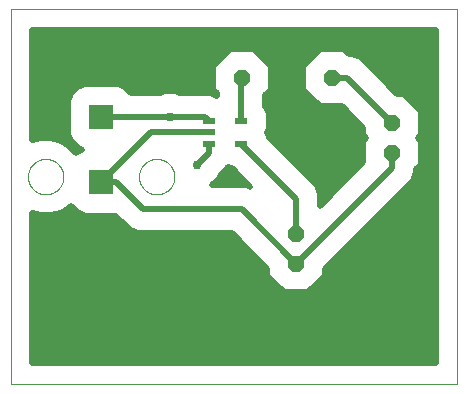
<source format=gtl>
G75*
%MOIN*%
%OFA0B0*%
%FSLAX25Y25*%
%IPPOS*%
%LPD*%
%AMOC8*
5,1,8,0,0,1.08239X$1,22.5*
%
%ADD10C,0.00000*%
%ADD11OC8,0.05200*%
%ADD12R,0.04331X0.02362*%
%ADD13R,0.08268X0.08268*%
%ADD14C,0.02000*%
%ADD15C,0.02978*%
D10*
X0002000Y0002000D02*
X0002000Y0126961D01*
X0150701Y0126961D01*
X0150701Y0002000D01*
X0002000Y0002000D01*
X0007590Y0070984D02*
X0007592Y0071137D01*
X0007598Y0071291D01*
X0007608Y0071444D01*
X0007622Y0071596D01*
X0007640Y0071749D01*
X0007662Y0071900D01*
X0007687Y0072051D01*
X0007717Y0072202D01*
X0007751Y0072352D01*
X0007788Y0072500D01*
X0007829Y0072648D01*
X0007874Y0072794D01*
X0007923Y0072940D01*
X0007976Y0073084D01*
X0008032Y0073226D01*
X0008092Y0073367D01*
X0008156Y0073507D01*
X0008223Y0073645D01*
X0008294Y0073781D01*
X0008369Y0073915D01*
X0008446Y0074047D01*
X0008528Y0074177D01*
X0008612Y0074305D01*
X0008700Y0074431D01*
X0008791Y0074554D01*
X0008885Y0074675D01*
X0008983Y0074793D01*
X0009083Y0074909D01*
X0009187Y0075022D01*
X0009293Y0075133D01*
X0009402Y0075241D01*
X0009514Y0075346D01*
X0009628Y0075447D01*
X0009746Y0075546D01*
X0009865Y0075642D01*
X0009987Y0075735D01*
X0010112Y0075824D01*
X0010239Y0075911D01*
X0010368Y0075993D01*
X0010499Y0076073D01*
X0010632Y0076149D01*
X0010767Y0076222D01*
X0010904Y0076291D01*
X0011043Y0076356D01*
X0011183Y0076418D01*
X0011325Y0076476D01*
X0011468Y0076531D01*
X0011613Y0076582D01*
X0011759Y0076629D01*
X0011906Y0076672D01*
X0012054Y0076711D01*
X0012203Y0076747D01*
X0012353Y0076778D01*
X0012504Y0076806D01*
X0012655Y0076830D01*
X0012808Y0076850D01*
X0012960Y0076866D01*
X0013113Y0076878D01*
X0013266Y0076886D01*
X0013419Y0076890D01*
X0013573Y0076890D01*
X0013726Y0076886D01*
X0013879Y0076878D01*
X0014032Y0076866D01*
X0014184Y0076850D01*
X0014337Y0076830D01*
X0014488Y0076806D01*
X0014639Y0076778D01*
X0014789Y0076747D01*
X0014938Y0076711D01*
X0015086Y0076672D01*
X0015233Y0076629D01*
X0015379Y0076582D01*
X0015524Y0076531D01*
X0015667Y0076476D01*
X0015809Y0076418D01*
X0015949Y0076356D01*
X0016088Y0076291D01*
X0016225Y0076222D01*
X0016360Y0076149D01*
X0016493Y0076073D01*
X0016624Y0075993D01*
X0016753Y0075911D01*
X0016880Y0075824D01*
X0017005Y0075735D01*
X0017127Y0075642D01*
X0017246Y0075546D01*
X0017364Y0075447D01*
X0017478Y0075346D01*
X0017590Y0075241D01*
X0017699Y0075133D01*
X0017805Y0075022D01*
X0017909Y0074909D01*
X0018009Y0074793D01*
X0018107Y0074675D01*
X0018201Y0074554D01*
X0018292Y0074431D01*
X0018380Y0074305D01*
X0018464Y0074177D01*
X0018546Y0074047D01*
X0018623Y0073915D01*
X0018698Y0073781D01*
X0018769Y0073645D01*
X0018836Y0073507D01*
X0018900Y0073367D01*
X0018960Y0073226D01*
X0019016Y0073084D01*
X0019069Y0072940D01*
X0019118Y0072794D01*
X0019163Y0072648D01*
X0019204Y0072500D01*
X0019241Y0072352D01*
X0019275Y0072202D01*
X0019305Y0072051D01*
X0019330Y0071900D01*
X0019352Y0071749D01*
X0019370Y0071596D01*
X0019384Y0071444D01*
X0019394Y0071291D01*
X0019400Y0071137D01*
X0019402Y0070984D01*
X0019400Y0070831D01*
X0019394Y0070677D01*
X0019384Y0070524D01*
X0019370Y0070372D01*
X0019352Y0070219D01*
X0019330Y0070068D01*
X0019305Y0069917D01*
X0019275Y0069766D01*
X0019241Y0069616D01*
X0019204Y0069468D01*
X0019163Y0069320D01*
X0019118Y0069174D01*
X0019069Y0069028D01*
X0019016Y0068884D01*
X0018960Y0068742D01*
X0018900Y0068601D01*
X0018836Y0068461D01*
X0018769Y0068323D01*
X0018698Y0068187D01*
X0018623Y0068053D01*
X0018546Y0067921D01*
X0018464Y0067791D01*
X0018380Y0067663D01*
X0018292Y0067537D01*
X0018201Y0067414D01*
X0018107Y0067293D01*
X0018009Y0067175D01*
X0017909Y0067059D01*
X0017805Y0066946D01*
X0017699Y0066835D01*
X0017590Y0066727D01*
X0017478Y0066622D01*
X0017364Y0066521D01*
X0017246Y0066422D01*
X0017127Y0066326D01*
X0017005Y0066233D01*
X0016880Y0066144D01*
X0016753Y0066057D01*
X0016624Y0065975D01*
X0016493Y0065895D01*
X0016360Y0065819D01*
X0016225Y0065746D01*
X0016088Y0065677D01*
X0015949Y0065612D01*
X0015809Y0065550D01*
X0015667Y0065492D01*
X0015524Y0065437D01*
X0015379Y0065386D01*
X0015233Y0065339D01*
X0015086Y0065296D01*
X0014938Y0065257D01*
X0014789Y0065221D01*
X0014639Y0065190D01*
X0014488Y0065162D01*
X0014337Y0065138D01*
X0014184Y0065118D01*
X0014032Y0065102D01*
X0013879Y0065090D01*
X0013726Y0065082D01*
X0013573Y0065078D01*
X0013419Y0065078D01*
X0013266Y0065082D01*
X0013113Y0065090D01*
X0012960Y0065102D01*
X0012808Y0065118D01*
X0012655Y0065138D01*
X0012504Y0065162D01*
X0012353Y0065190D01*
X0012203Y0065221D01*
X0012054Y0065257D01*
X0011906Y0065296D01*
X0011759Y0065339D01*
X0011613Y0065386D01*
X0011468Y0065437D01*
X0011325Y0065492D01*
X0011183Y0065550D01*
X0011043Y0065612D01*
X0010904Y0065677D01*
X0010767Y0065746D01*
X0010632Y0065819D01*
X0010499Y0065895D01*
X0010368Y0065975D01*
X0010239Y0066057D01*
X0010112Y0066144D01*
X0009987Y0066233D01*
X0009865Y0066326D01*
X0009746Y0066422D01*
X0009628Y0066521D01*
X0009514Y0066622D01*
X0009402Y0066727D01*
X0009293Y0066835D01*
X0009187Y0066946D01*
X0009083Y0067059D01*
X0008983Y0067175D01*
X0008885Y0067293D01*
X0008791Y0067414D01*
X0008700Y0067537D01*
X0008612Y0067663D01*
X0008528Y0067791D01*
X0008446Y0067921D01*
X0008369Y0068053D01*
X0008294Y0068187D01*
X0008223Y0068323D01*
X0008156Y0068461D01*
X0008092Y0068601D01*
X0008032Y0068742D01*
X0007976Y0068884D01*
X0007923Y0069028D01*
X0007874Y0069174D01*
X0007829Y0069320D01*
X0007788Y0069468D01*
X0007751Y0069616D01*
X0007717Y0069766D01*
X0007687Y0069917D01*
X0007662Y0070068D01*
X0007640Y0070219D01*
X0007622Y0070372D01*
X0007608Y0070524D01*
X0007598Y0070677D01*
X0007592Y0070831D01*
X0007590Y0070984D01*
X0044598Y0070984D02*
X0044600Y0071137D01*
X0044606Y0071291D01*
X0044616Y0071444D01*
X0044630Y0071596D01*
X0044648Y0071749D01*
X0044670Y0071900D01*
X0044695Y0072051D01*
X0044725Y0072202D01*
X0044759Y0072352D01*
X0044796Y0072500D01*
X0044837Y0072648D01*
X0044882Y0072794D01*
X0044931Y0072940D01*
X0044984Y0073084D01*
X0045040Y0073226D01*
X0045100Y0073367D01*
X0045164Y0073507D01*
X0045231Y0073645D01*
X0045302Y0073781D01*
X0045377Y0073915D01*
X0045454Y0074047D01*
X0045536Y0074177D01*
X0045620Y0074305D01*
X0045708Y0074431D01*
X0045799Y0074554D01*
X0045893Y0074675D01*
X0045991Y0074793D01*
X0046091Y0074909D01*
X0046195Y0075022D01*
X0046301Y0075133D01*
X0046410Y0075241D01*
X0046522Y0075346D01*
X0046636Y0075447D01*
X0046754Y0075546D01*
X0046873Y0075642D01*
X0046995Y0075735D01*
X0047120Y0075824D01*
X0047247Y0075911D01*
X0047376Y0075993D01*
X0047507Y0076073D01*
X0047640Y0076149D01*
X0047775Y0076222D01*
X0047912Y0076291D01*
X0048051Y0076356D01*
X0048191Y0076418D01*
X0048333Y0076476D01*
X0048476Y0076531D01*
X0048621Y0076582D01*
X0048767Y0076629D01*
X0048914Y0076672D01*
X0049062Y0076711D01*
X0049211Y0076747D01*
X0049361Y0076778D01*
X0049512Y0076806D01*
X0049663Y0076830D01*
X0049816Y0076850D01*
X0049968Y0076866D01*
X0050121Y0076878D01*
X0050274Y0076886D01*
X0050427Y0076890D01*
X0050581Y0076890D01*
X0050734Y0076886D01*
X0050887Y0076878D01*
X0051040Y0076866D01*
X0051192Y0076850D01*
X0051345Y0076830D01*
X0051496Y0076806D01*
X0051647Y0076778D01*
X0051797Y0076747D01*
X0051946Y0076711D01*
X0052094Y0076672D01*
X0052241Y0076629D01*
X0052387Y0076582D01*
X0052532Y0076531D01*
X0052675Y0076476D01*
X0052817Y0076418D01*
X0052957Y0076356D01*
X0053096Y0076291D01*
X0053233Y0076222D01*
X0053368Y0076149D01*
X0053501Y0076073D01*
X0053632Y0075993D01*
X0053761Y0075911D01*
X0053888Y0075824D01*
X0054013Y0075735D01*
X0054135Y0075642D01*
X0054254Y0075546D01*
X0054372Y0075447D01*
X0054486Y0075346D01*
X0054598Y0075241D01*
X0054707Y0075133D01*
X0054813Y0075022D01*
X0054917Y0074909D01*
X0055017Y0074793D01*
X0055115Y0074675D01*
X0055209Y0074554D01*
X0055300Y0074431D01*
X0055388Y0074305D01*
X0055472Y0074177D01*
X0055554Y0074047D01*
X0055631Y0073915D01*
X0055706Y0073781D01*
X0055777Y0073645D01*
X0055844Y0073507D01*
X0055908Y0073367D01*
X0055968Y0073226D01*
X0056024Y0073084D01*
X0056077Y0072940D01*
X0056126Y0072794D01*
X0056171Y0072648D01*
X0056212Y0072500D01*
X0056249Y0072352D01*
X0056283Y0072202D01*
X0056313Y0072051D01*
X0056338Y0071900D01*
X0056360Y0071749D01*
X0056378Y0071596D01*
X0056392Y0071444D01*
X0056402Y0071291D01*
X0056408Y0071137D01*
X0056410Y0070984D01*
X0056408Y0070831D01*
X0056402Y0070677D01*
X0056392Y0070524D01*
X0056378Y0070372D01*
X0056360Y0070219D01*
X0056338Y0070068D01*
X0056313Y0069917D01*
X0056283Y0069766D01*
X0056249Y0069616D01*
X0056212Y0069468D01*
X0056171Y0069320D01*
X0056126Y0069174D01*
X0056077Y0069028D01*
X0056024Y0068884D01*
X0055968Y0068742D01*
X0055908Y0068601D01*
X0055844Y0068461D01*
X0055777Y0068323D01*
X0055706Y0068187D01*
X0055631Y0068053D01*
X0055554Y0067921D01*
X0055472Y0067791D01*
X0055388Y0067663D01*
X0055300Y0067537D01*
X0055209Y0067414D01*
X0055115Y0067293D01*
X0055017Y0067175D01*
X0054917Y0067059D01*
X0054813Y0066946D01*
X0054707Y0066835D01*
X0054598Y0066727D01*
X0054486Y0066622D01*
X0054372Y0066521D01*
X0054254Y0066422D01*
X0054135Y0066326D01*
X0054013Y0066233D01*
X0053888Y0066144D01*
X0053761Y0066057D01*
X0053632Y0065975D01*
X0053501Y0065895D01*
X0053368Y0065819D01*
X0053233Y0065746D01*
X0053096Y0065677D01*
X0052957Y0065612D01*
X0052817Y0065550D01*
X0052675Y0065492D01*
X0052532Y0065437D01*
X0052387Y0065386D01*
X0052241Y0065339D01*
X0052094Y0065296D01*
X0051946Y0065257D01*
X0051797Y0065221D01*
X0051647Y0065190D01*
X0051496Y0065162D01*
X0051345Y0065138D01*
X0051192Y0065118D01*
X0051040Y0065102D01*
X0050887Y0065090D01*
X0050734Y0065082D01*
X0050581Y0065078D01*
X0050427Y0065078D01*
X0050274Y0065082D01*
X0050121Y0065090D01*
X0049968Y0065102D01*
X0049816Y0065118D01*
X0049663Y0065138D01*
X0049512Y0065162D01*
X0049361Y0065190D01*
X0049211Y0065221D01*
X0049062Y0065257D01*
X0048914Y0065296D01*
X0048767Y0065339D01*
X0048621Y0065386D01*
X0048476Y0065437D01*
X0048333Y0065492D01*
X0048191Y0065550D01*
X0048051Y0065612D01*
X0047912Y0065677D01*
X0047775Y0065746D01*
X0047640Y0065819D01*
X0047507Y0065895D01*
X0047376Y0065975D01*
X0047247Y0066057D01*
X0047120Y0066144D01*
X0046995Y0066233D01*
X0046873Y0066326D01*
X0046754Y0066422D01*
X0046636Y0066521D01*
X0046522Y0066622D01*
X0046410Y0066727D01*
X0046301Y0066835D01*
X0046195Y0066946D01*
X0046091Y0067059D01*
X0045991Y0067175D01*
X0045893Y0067293D01*
X0045799Y0067414D01*
X0045708Y0067537D01*
X0045620Y0067663D01*
X0045536Y0067791D01*
X0045454Y0067921D01*
X0045377Y0068053D01*
X0045302Y0068187D01*
X0045231Y0068323D01*
X0045164Y0068461D01*
X0045100Y0068601D01*
X0045040Y0068742D01*
X0044984Y0068884D01*
X0044931Y0069028D01*
X0044882Y0069174D01*
X0044837Y0069320D01*
X0044796Y0069468D01*
X0044759Y0069616D01*
X0044725Y0069766D01*
X0044695Y0069917D01*
X0044670Y0070068D01*
X0044648Y0070219D01*
X0044630Y0070372D01*
X0044616Y0070524D01*
X0044606Y0070677D01*
X0044600Y0070831D01*
X0044598Y0070984D01*
D11*
X0079000Y0104000D03*
X0109000Y0104000D03*
X0129000Y0089000D03*
X0129000Y0079000D03*
X0097000Y0052000D03*
X0097000Y0042000D03*
D12*
X0078630Y0082000D03*
X0078630Y0089480D03*
X0068000Y0089480D03*
X0068000Y0085740D03*
X0068000Y0082000D03*
D13*
X0032000Y0090827D03*
X0032000Y0069173D03*
D14*
X0036892Y0069173D01*
X0045987Y0060079D01*
X0078921Y0060079D01*
X0097000Y0042000D01*
X0129000Y0074000D01*
X0129000Y0079000D01*
X0137000Y0073424D02*
X0138600Y0075024D01*
X0138600Y0082976D01*
X0137576Y0084000D01*
X0138600Y0085024D01*
X0138600Y0092976D01*
X0132976Y0098600D01*
X0130714Y0098600D01*
X0118532Y0110782D01*
X0115591Y0112000D01*
X0114576Y0112000D01*
X0112976Y0113600D01*
X0105024Y0113600D01*
X0099400Y0107976D01*
X0099400Y0100024D01*
X0105024Y0094400D01*
X0112286Y0094400D01*
X0119400Y0087286D01*
X0119400Y0085024D01*
X0120424Y0084000D01*
X0119400Y0082976D01*
X0119400Y0075714D01*
X0105000Y0061314D01*
X0105000Y0065221D01*
X0103782Y0068162D01*
X0101532Y0070412D01*
X0087795Y0084148D01*
X0087795Y0084573D01*
X0087312Y0085740D01*
X0087795Y0086907D01*
X0087795Y0092054D01*
X0086730Y0094627D01*
X0086630Y0094726D01*
X0086630Y0098053D01*
X0088600Y0100024D01*
X0088600Y0107976D01*
X0082976Y0113600D01*
X0075024Y0113600D01*
X0069400Y0107976D01*
X0069400Y0100024D01*
X0070630Y0098794D01*
X0070630Y0097839D01*
X0068245Y0098827D01*
X0058287Y0098827D01*
X0056689Y0099489D01*
X0053311Y0099489D01*
X0051713Y0098827D01*
X0042109Y0098827D01*
X0042068Y0098926D01*
X0040099Y0100895D01*
X0037526Y0101961D01*
X0026474Y0101961D01*
X0023901Y0100895D01*
X0021932Y0098926D01*
X0020866Y0096353D01*
X0020866Y0085301D01*
X0021932Y0082728D01*
X0023901Y0080759D01*
X0025732Y0080000D01*
X0023901Y0079241D01*
X0023696Y0079036D01*
X0021420Y0081311D01*
X0018477Y0083010D01*
X0015195Y0083890D01*
X0011797Y0083890D01*
X0009000Y0083140D01*
X0009000Y0119961D01*
X0143701Y0119961D01*
X0143701Y0009000D01*
X0009000Y0009000D01*
X0009000Y0058828D01*
X0011797Y0058079D01*
X0015195Y0058079D01*
X0018477Y0058958D01*
X0021420Y0060657D01*
X0021904Y0061141D01*
X0021932Y0061074D01*
X0023901Y0059105D01*
X0026474Y0058039D01*
X0036712Y0058039D01*
X0039205Y0055547D01*
X0041455Y0053297D01*
X0044395Y0052079D01*
X0075608Y0052079D01*
X0087400Y0040286D01*
X0087400Y0038024D01*
X0093024Y0032400D01*
X0100976Y0032400D01*
X0106600Y0038024D01*
X0106600Y0040286D01*
X0133532Y0067218D01*
X0135782Y0069468D01*
X0137000Y0072409D01*
X0137000Y0073424D01*
X0137448Y0073872D02*
X0143701Y0073872D01*
X0143701Y0075870D02*
X0138600Y0075870D01*
X0138600Y0077869D02*
X0143701Y0077869D01*
X0143701Y0079868D02*
X0138600Y0079868D01*
X0138600Y0081866D02*
X0143701Y0081866D01*
X0143701Y0083865D02*
X0137712Y0083865D01*
X0138600Y0085863D02*
X0143701Y0085863D01*
X0143701Y0087862D02*
X0138600Y0087862D01*
X0138600Y0089860D02*
X0143701Y0089860D01*
X0143701Y0091859D02*
X0138600Y0091859D01*
X0137719Y0093857D02*
X0143701Y0093857D01*
X0143701Y0095856D02*
X0135721Y0095856D01*
X0133722Y0097854D02*
X0143701Y0097854D01*
X0143701Y0099853D02*
X0129461Y0099853D01*
X0127463Y0101851D02*
X0143701Y0101851D01*
X0143701Y0103850D02*
X0125464Y0103850D01*
X0123466Y0105848D02*
X0143701Y0105848D01*
X0143701Y0107847D02*
X0121467Y0107847D01*
X0119469Y0109845D02*
X0143701Y0109845D01*
X0143701Y0111844D02*
X0115969Y0111844D01*
X0114000Y0104000D02*
X0109000Y0104000D01*
X0114000Y0104000D02*
X0129000Y0089000D01*
X0119400Y0085863D02*
X0087363Y0085863D01*
X0088079Y0083865D02*
X0120288Y0083865D01*
X0119400Y0081866D02*
X0090078Y0081866D01*
X0092076Y0079868D02*
X0119400Y0079868D01*
X0119400Y0077869D02*
X0094075Y0077869D01*
X0096073Y0075870D02*
X0119400Y0075870D01*
X0117558Y0073872D02*
X0098072Y0073872D01*
X0100070Y0071873D02*
X0115560Y0071873D01*
X0113561Y0069875D02*
X0102069Y0069875D01*
X0103900Y0067876D02*
X0111563Y0067876D01*
X0109564Y0065878D02*
X0104728Y0065878D01*
X0105000Y0063879D02*
X0107566Y0063879D01*
X0105567Y0061881D02*
X0105000Y0061881D01*
X0097000Y0063630D02*
X0097000Y0052000D01*
X0108209Y0041896D02*
X0143701Y0041896D01*
X0143701Y0043894D02*
X0110208Y0043894D01*
X0112207Y0045893D02*
X0143701Y0045893D01*
X0143701Y0047891D02*
X0114205Y0047891D01*
X0116204Y0049890D02*
X0143701Y0049890D01*
X0143701Y0051888D02*
X0118202Y0051888D01*
X0120201Y0053887D02*
X0143701Y0053887D01*
X0143701Y0055885D02*
X0122199Y0055885D01*
X0124198Y0057884D02*
X0143701Y0057884D01*
X0143701Y0059882D02*
X0126196Y0059882D01*
X0128195Y0061881D02*
X0143701Y0061881D01*
X0143701Y0063879D02*
X0130193Y0063879D01*
X0132192Y0065878D02*
X0143701Y0065878D01*
X0143701Y0067876D02*
X0134190Y0067876D01*
X0135950Y0069875D02*
X0143701Y0069875D01*
X0143701Y0071873D02*
X0136778Y0071873D01*
X0118825Y0087862D02*
X0087795Y0087862D01*
X0087795Y0089860D02*
X0116826Y0089860D01*
X0114828Y0091859D02*
X0087795Y0091859D01*
X0087048Y0093857D02*
X0112829Y0093857D01*
X0103568Y0095856D02*
X0086630Y0095856D01*
X0086630Y0097854D02*
X0101569Y0097854D01*
X0099571Y0099853D02*
X0088429Y0099853D01*
X0088600Y0101851D02*
X0099400Y0101851D01*
X0099400Y0103850D02*
X0088600Y0103850D01*
X0088600Y0105848D02*
X0099400Y0105848D01*
X0099400Y0107847D02*
X0088600Y0107847D01*
X0086731Y0109845D02*
X0101269Y0109845D01*
X0103267Y0111844D02*
X0084733Y0111844D01*
X0079000Y0104000D02*
X0078630Y0103630D01*
X0078630Y0089480D01*
X0078630Y0082000D02*
X0097000Y0063630D01*
X0081750Y0067566D02*
X0080513Y0068079D01*
X0069084Y0068079D01*
X0071197Y0070191D01*
X0071686Y0071372D01*
X0072532Y0072218D01*
X0074408Y0074094D01*
X0075072Y0073819D01*
X0075497Y0073819D01*
X0081750Y0067566D01*
X0081440Y0067876D02*
X0081001Y0067876D01*
X0079441Y0069875D02*
X0070880Y0069875D01*
X0072187Y0071873D02*
X0077443Y0071873D01*
X0074944Y0073872D02*
X0074186Y0073872D01*
X0072532Y0072218D02*
X0072532Y0072218D01*
X0068000Y0079000D02*
X0068000Y0082000D01*
X0068000Y0079000D02*
X0064000Y0075000D01*
X0068000Y0085740D02*
X0048567Y0085740D01*
X0032000Y0069173D01*
X0023124Y0059882D02*
X0020078Y0059882D01*
X0009000Y0057884D02*
X0036868Y0057884D01*
X0038866Y0055885D02*
X0009000Y0055885D01*
X0009000Y0053887D02*
X0040865Y0053887D01*
X0025413Y0079868D02*
X0022864Y0079868D01*
X0022794Y0081866D02*
X0020459Y0081866D01*
X0021461Y0083865D02*
X0015289Y0083865D01*
X0011703Y0083865D02*
X0009000Y0083865D01*
X0009000Y0085863D02*
X0020866Y0085863D01*
X0020866Y0087862D02*
X0009000Y0087862D01*
X0009000Y0089860D02*
X0020866Y0089860D01*
X0020866Y0091859D02*
X0009000Y0091859D01*
X0009000Y0093857D02*
X0020866Y0093857D01*
X0020866Y0095856D02*
X0009000Y0095856D01*
X0009000Y0097854D02*
X0021488Y0097854D01*
X0022859Y0099853D02*
X0009000Y0099853D01*
X0009000Y0101851D02*
X0026209Y0101851D01*
X0037791Y0101851D02*
X0069400Y0101851D01*
X0069571Y0099853D02*
X0041141Y0099853D01*
X0032000Y0090827D02*
X0066654Y0090827D01*
X0068000Y0089480D01*
X0070593Y0097854D02*
X0070630Y0097854D01*
X0069400Y0103850D02*
X0009000Y0103850D01*
X0009000Y0105848D02*
X0069400Y0105848D01*
X0069400Y0107847D02*
X0009000Y0107847D01*
X0009000Y0109845D02*
X0071269Y0109845D01*
X0073267Y0111844D02*
X0009000Y0111844D01*
X0009000Y0113842D02*
X0143701Y0113842D01*
X0143701Y0115841D02*
X0009000Y0115841D01*
X0009000Y0117839D02*
X0143701Y0117839D01*
X0143701Y0119838D02*
X0009000Y0119838D01*
X0009000Y0051888D02*
X0075798Y0051888D01*
X0077796Y0049890D02*
X0009000Y0049890D01*
X0009000Y0047891D02*
X0079795Y0047891D01*
X0081793Y0045893D02*
X0009000Y0045893D01*
X0009000Y0043894D02*
X0083792Y0043894D01*
X0085790Y0041896D02*
X0009000Y0041896D01*
X0009000Y0039897D02*
X0087400Y0039897D01*
X0087525Y0037899D02*
X0009000Y0037899D01*
X0009000Y0035900D02*
X0089523Y0035900D01*
X0091522Y0033902D02*
X0009000Y0033902D01*
X0009000Y0031903D02*
X0143701Y0031903D01*
X0143701Y0029905D02*
X0009000Y0029905D01*
X0009000Y0027906D02*
X0143701Y0027906D01*
X0143701Y0025908D02*
X0009000Y0025908D01*
X0009000Y0023909D02*
X0143701Y0023909D01*
X0143701Y0021911D02*
X0009000Y0021911D01*
X0009000Y0019912D02*
X0143701Y0019912D01*
X0143701Y0017914D02*
X0009000Y0017914D01*
X0009000Y0015915D02*
X0143701Y0015915D01*
X0143701Y0013917D02*
X0009000Y0013917D01*
X0009000Y0011918D02*
X0143701Y0011918D01*
X0143701Y0009920D02*
X0009000Y0009920D01*
X0102478Y0033902D02*
X0143701Y0033902D01*
X0143701Y0035900D02*
X0104477Y0035900D01*
X0106475Y0037899D02*
X0143701Y0037899D01*
X0143701Y0039897D02*
X0106600Y0039897D01*
D15*
X0064000Y0075000D03*
X0055000Y0091000D03*
M02*

</source>
